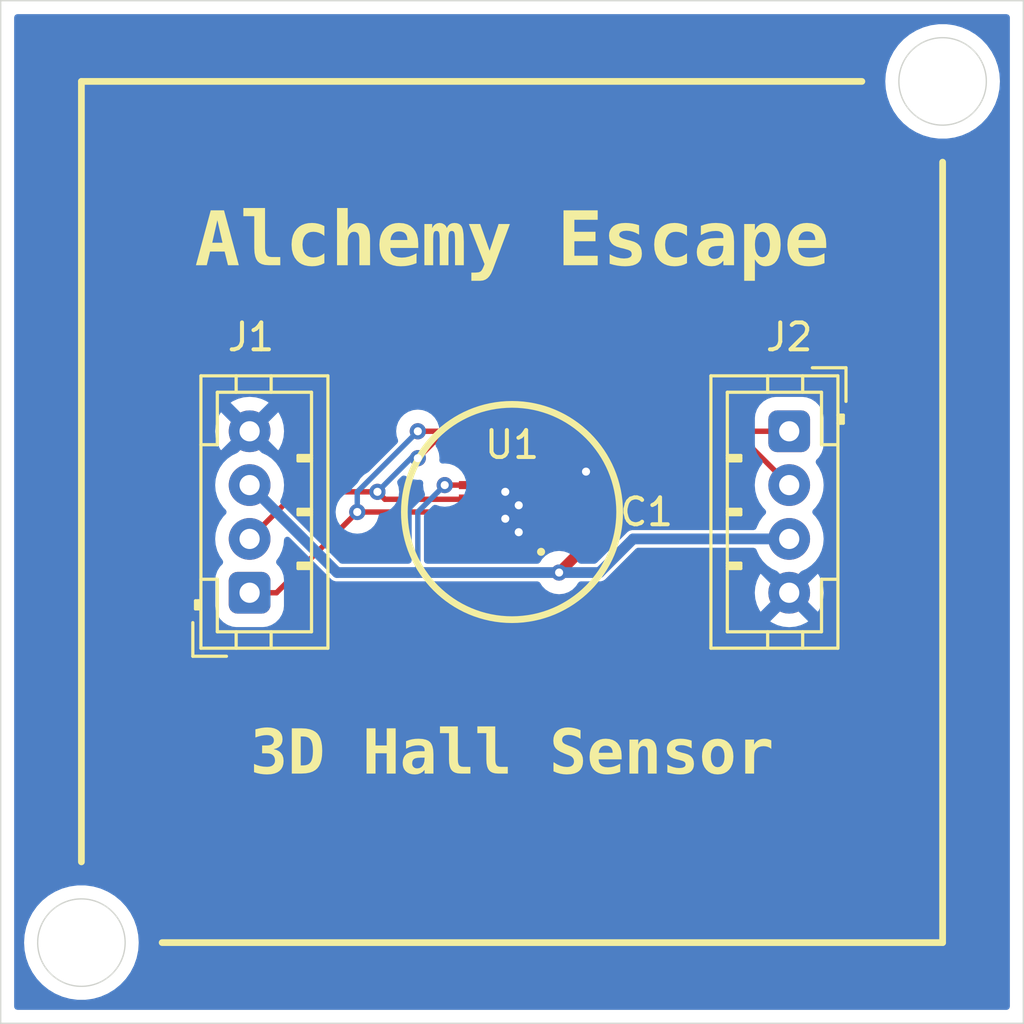
<source format=kicad_pcb>
(kicad_pcb (version 20240108) (generator "pcbnew") (generator_version "8.0")
  (layers (0 "F.Cu" signal) (31 "B.Cu" signal) (34 "B.Paste" user) (35 "F.Paste" user) (36 "B.SilkS" user "B.Silkscreen") (37 "F.SilkS" user "F.Silkscreen") (38 "B.Mask" user) (39 "F.Mask" user) (44 "Edge.Cuts" user))
  (net 0 "")
  (net 1 "+3V3")
  (net 2 "GND")
  (net 3 "/SDA")
  (net 4 "/SCL")
  (footprint "Connector_JST:JST_PH_B4B-PH-K_1x04_P2.00mm_Vertical" (layer "F.Cu") (at 157.3 80 -90)
    (property "Reference" "J2" (at -3.5 0 180) (layer "F.SilkS"))
    (property "Value" "Conn_01x04_Socket" (hide yes))
    (fp_line (start -2.06 2.91) (end 8.06 2.91) (stroke (width 0.12)) (layer "F.SilkS"))
    (fp_line (start 8.06 2.91) (end 8.06 -1.81) (stroke (width 0.12)) (layer "F.SilkS"))
    (fp_line (start -1.45 2.3) (end 7.45 2.3) (stroke (width 0.12)) (layer "F.SilkS"))
    (fp_line (start 0.9 2.3) (end 0.9 1.8) (stroke (width 0.12)) (layer "F.SilkS"))
    (fp_line (start 1 2.3) (end 1 1.8) (stroke (width 0.12)) (layer "F.SilkS"))
    (fp_line (start 2.9 2.3) (end 2.9 1.8) (stroke (width 0.12)) (layer "F.SilkS"))
    (fp_line (start 3 2.3) (end 3 1.8) (stroke (width 0.12)) (layer "F.SilkS"))
    (fp_line (start 4.9 2.3) (end 4.9 1.8) (stroke (width 0.12)) (layer "F.SilkS"))
    (fp_line (start 5 2.3) (end 5 1.8) (stroke (width 0.12)) (layer "F.SilkS"))
    (fp_line (start 7.45 2.3) (end 7.45 -1.2) (stroke (width 0.12)) (layer "F.SilkS"))
    (fp_line (start 0.9 1.8) (end 1.1 1.8) (stroke (width 0.12)) (layer "F.SilkS"))
    (fp_line (start 1.1 1.8) (end 1.1 2.3) (stroke (width 0.12)) (layer "F.SilkS"))
    (fp_line (start 2.9 1.8) (end 3.1 1.8) (stroke (width 0.12)) (layer "F.SilkS"))
    (fp_line (start 3.1 1.8) (end 3.1 2.3) (stroke (width 0.12)) (layer "F.SilkS"))
    (fp_line (start 4.9 1.8) (end 5.1 1.8) (stroke (width 0.12)) (layer "F.SilkS"))
    (fp_line (start 5.1 1.8) (end 5.1 2.3) (stroke (width 0.12)) (layer "F.SilkS"))
    (fp_line (start -2.06 0.8) (end -1.45 0.8) (stroke (width 0.12)) (layer "F.SilkS"))
    (fp_line (start 8.06 0.8) (end 7.45 0.8) (stroke (width 0.12)) (layer "F.SilkS"))
    (fp_line (start -2.06 -0.5) (end -1.45 -0.5) (stroke (width 0.12)) (layer "F.SilkS"))
    (fp_line (start 8.06 -0.5) (end 7.45 -0.5) (stroke (width 0.12)) (layer "F.SilkS"))
    (fp_line (start -1.45 -1.2) (end -1.45 2.3) (stroke (width 0.12)) (layer "F.SilkS"))
    (fp_line (start 0.5 -1.2) (end -1.45 -1.2) (stroke (width 0.12)) (layer "F.SilkS"))
    (fp_line (start 5.5 -1.2) (end 5.5 -1.81) (stroke (width 0.12)) (layer "F.SilkS"))
    (fp_line (start 7.45 -1.2) (end 5.5 -1.2) (stroke (width 0.12)) (layer "F.SilkS"))
    (fp_line (start -2.06 -1.81) (end -2.06 2.91) (stroke (width 0.12)) (layer "F.SilkS"))
    (fp_line (start -0.3 -1.81) (end -0.3 -2.01) (stroke (width 0.12)) (layer "F.SilkS"))
    (fp_line (start 0.5 -1.81) (end 0.5 -1.2) (stroke (width 0.12)) (layer "F.SilkS"))
    (fp_line (start 8.06 -1.81) (end -2.06 -1.81) (stroke (width 0.12)) (layer "F.SilkS"))
    (fp_line (start -0.3 -1.91) (end -0.6 -1.91) (stroke (width 0.12)) (layer "F.SilkS"))
    (fp_line (start -0.6 -2.01) (end -0.6 -1.81) (stroke (width 0.12)) (layer "F.SilkS"))
    (fp_line (start -0.3 -2.01) (end -0.6 -2.01) (stroke (width 0.12)) (layer "F.SilkS"))
    (fp_line (start -2.36 -2.11) (end -2.36 -0.86) (stroke (width 0.12)) (layer "F.SilkS"))
    (fp_line (start -1.11 -2.11) (end -2.36 -2.11) (stroke (width 0.12)) (layer "F.SilkS"))
    (pad "1" thru_hole roundrect (at 0 0 270) (size 1.55 1.55) (drill 0.75) (layers "*.Cu" "*.Mask") (roundrect_rratio 0.208333) (net 4 "/SCL"))
    (pad "2" thru_hole circle (at 2 0 270) (size 1.55 1.55) (drill 0.75) (layers "*.Cu" "*.Mask") (net 3 "/SDA"))
    (pad "3" thru_hole circle (at 4 0 270) (size 1.55 1.55) (drill 0.75) (layers "*.Cu" "*.Mask") (net 1 "+3V3"))
    (pad "4" thru_hole circle (at 6 0 270) (size 1.55 1.55) (drill 0.75) (layers "*.Cu" "*.Mask") (net 2 "GND"))
  )
  (footprint "Connector_JST:JST_PH_B4B-PH-K_1x04_P2.00mm_Vertical" (layer "F.Cu") (at 137.25 86 90)
    (property "Reference" "J1" (at 9.5 0.05 0) (layer "F.SilkS"))
    (property "Value" "Conn_01x04_Socket" (hide yes))
    (fp_line (start -1.11 -2.11) (end -2.36 -2.11) (stroke (width 0.12)) (layer "F.SilkS"))
    (fp_line (start -2.36 -2.11) (end -2.36 -0.86) (stroke (width 0.12)) (layer "F.SilkS"))
    (fp_line (start -0.3 -2.01) (end -0.6 -2.01) (stroke (width 0.12)) (layer "F.SilkS"))
    (fp_line (start -0.6 -2.01) (end -0.6 -1.81) (stroke (width 0.12)) (layer "F.SilkS"))
    (fp_line (start -0.3 -1.91) (end -0.6 -1.91) (stroke (width 0.12)) (layer "F.SilkS"))
    (fp_line (start 8.06 -1.81) (end -2.06 -1.81) (stroke (width 0.12)) (layer "F.SilkS"))
    (fp_line (start 0.5 -1.81) (end 0.5 -1.2) (stroke (width 0.12)) (layer "F.SilkS"))
    (fp_line (start -0.3 -1.81) (end -0.3 -2.01) (stroke (width 0.12)) (layer "F.SilkS"))
    (fp_line (start -2.06 -1.81) (end -2.06 2.91) (stroke (width 0.12)) (layer "F.SilkS"))
    (fp_line (start 7.45 -1.2) (end 5.5 -1.2) (stroke (width 0.12)) (layer "F.SilkS"))
    (fp_line (start 5.5 -1.2) (end 5.5 -1.81) (stroke (width 0.12)) (layer "F.SilkS"))
    (fp_line (start 0.5 -1.2) (end -1.45 -1.2) (stroke (width 0.12)) (layer "F.SilkS"))
    (fp_line (start -1.45 -1.2) (end -1.45 2.3) (stroke (width 0.12)) (layer "F.SilkS"))
    (fp_line (start 8.06 -0.5) (end 7.45 -0.5) (stroke (width 0.12)) (layer "F.SilkS"))
    (fp_line (start -2.06 -0.5) (end -1.45 -0.5) (stroke (width 0.12)) (layer "F.SilkS"))
    (fp_line (start 8.06 0.8) (end 7.45 0.8) (stroke (width 0.12)) (layer "F.SilkS"))
    (fp_line (start -2.06 0.8) (end -1.45 0.8) (stroke (width 0.12)) (layer "F.SilkS"))
    (fp_line (start 5.1 1.8) (end 5.1 2.3) (stroke (width 0.12)) (layer "F.SilkS"))
    (fp_line (start 4.9 1.8) (end 5.1 1.8) (stroke (width 0.12)) (layer "F.SilkS"))
    (fp_line (start 3.1 1.8) (end 3.1 2.3) (stroke (width 0.12)) (layer "F.SilkS"))
    (fp_line (start 2.9 1.8) (end 3.1 1.8) (stroke (width 0.12)) (layer "F.SilkS"))
    (fp_line (start 1.1 1.8) (end 1.1 2.3) (stroke (width 0.12)) (layer "F.SilkS"))
    (fp_line (start 0.9 1.8) (end 1.1 1.8) (stroke (width 0.12)) (layer "F.SilkS"))
    (fp_line (start 7.45 2.3) (end 7.45 -1.2) (stroke (width 0.12)) (layer "F.SilkS"))
    (fp_line (start 5 2.3) (end 5 1.8) (stroke (width 0.12)) (layer "F.SilkS"))
    (fp_line (start 4.9 2.3) (end 4.9 1.8) (stroke (width 0.12)) (layer "F.SilkS"))
    (fp_line (start 3 2.3) (end 3 1.8) (stroke (width 0.12)) (layer "F.SilkS"))
    (fp_line (start 2.9 2.3) (end 2.9 1.8) (stroke (width 0.12)) (layer "F.SilkS"))
    (fp_line (start 1 2.3) (end 1 1.8) (stroke (width 0.12)) (layer "F.SilkS"))
    (fp_line (start 0.9 2.3) (end 0.9 1.8) (stroke (width 0.12)) (layer "F.SilkS"))
    (fp_line (start -1.45 2.3) (end 7.45 2.3) (stroke (width 0.12)) (layer "F.SilkS"))
    (fp_line (start 8.06 2.91) (end 8.06 -1.81) (stroke (width 0.12)) (layer "F.SilkS"))
    (fp_line (start -2.06 2.91) (end 8.06 2.91) (stroke (width 0.12)) (layer "F.SilkS"))
    (pad "1" thru_hole roundrect (at 0 0 90) (size 1.55 1.55) (drill 0.75) (layers "*.Cu" "*.Mask") (roundrect_rratio 0.2083333333) (net 4 "/SCL"))
    (pad "2" thru_hole circle (at 2 0 90) (size 1.55 1.55) (drill 0.75) (layers "*.Cu" "*.Mask") (net 3 "/SDA"))
    (pad "3" thru_hole circle (at 4 0 90) (size 1.55 1.55) (drill 0.75) (layers "*.Cu" "*.Mask") (net 1 "+3V3"))
    (pad "4" thru_hole circle (at 6 0 90) (size 1.55 1.55) (drill 0.75) (layers "*.Cu" "*.Mask") (net 2 "GND"))
  )
  (footprint "Capacitor_SMD:C_0402_1005Metric_Pad0.74x0.62mm_HandSolder" (layer "F.Cu") (at 149.75 83 -90)
    (property "Reference" "C1" (at 0 -2.25 180) (layer "F.SilkS"))
    (property "Value" "0.1uF" (hide yes))
    (pad "1" smd roundrect (at -0.5675 0 270) (size 0.735 0.62) (layers "F.Cu" "F.Paste" "F.Mask") (net 2 "GND"))
    (pad "2" smd roundrect (at 0.5675 0 270) (size 0.735 0.62) (layers "F.Cu" "F.Paste" "F.Mask") (net 1 "+3V3"))
  )
  (footprint "Allegro:DFN-10-EJ" (layer "F.Cu") (at 147 83 90)
    (property "Reference" "U1" (at 2.5 0 0) (layer "F.SilkS"))
    (property "Value" "~" (hide yes))
    (fp_circle (center 0 0) (end 4 0) (stroke (width 0.25)) (fill none) (layer "F.SilkS"))
    (fp_circle (center -1.48 1.08) (end -1.38 1.08) (stroke (width 0.1)) (fill solid) (layer "F.SilkS"))
    (pad "1" smd rect (at -1 1.55 90) (size 0.3 0.85) (layers "F.Cu" "F.Paste" "F.Mask") (net 1 "+3V3"))
    (pad "2" smd rect (at -0.5 1.55 90) (size 0.3 0.85) (layers "F.Cu" "F.Paste" "F.Mask") (net 1 "+3V3"))
    (pad "3" smd rect (at 0 1.55 90) (size 0.3 0.85) (layers "F.Cu" "F.Paste" "F.Mask") (net 2 "GND"))
    (pad "4" smd rect (at 0.5 1.55 90) (size 0.3 0.85) (layers "F.Cu" "F.Paste" "F.Mask"))
    (pad "5" smd rect (at 1 1.55 90) (size 0.3 0.85) (layers "F.Cu" "F.Paste" "F.Mask"))
    (pad "6" smd rect (at 1 -1.55 90) (size 0.3 0.85) (layers "F.Cu" "F.Paste" "F.Mask") (net 1 "+3V3"))
    (pad "7" smd rect (at 0.5 -1.55 90) (size 0.3 0.85) (layers "F.Cu" "F.Paste" "F.Mask") (net 3 "/SDA"))
    (pad "8" smd rect (at 0 -1.55 90) (size 0.3 0.85) (layers "F.Cu" "F.Paste" "F.Mask") (net 4 "/SCL"))
    (pad "9" smd rect (at -0.5 -1.55 90) (size 0.3 0.85) (layers "F.Cu" "F.Paste" "F.Mask"))
    (pad "10" smd rect (at -1 -1.55 90) (size 0.3 0.85) (layers "F.Cu" "F.Paste" "F.Mask"))
    (pad "11" smd rect (at 0 0 90) (size 2.38 1.65) (layers "F.Cu" "F.Paste" "F.Mask") (net 2 "GND"))
  )
  (gr_line (start 134 99) (end 163 99) (stroke (width 0.25)) (layer "F.SilkS"))
  (gr_line (start 163 99) (end 163 70) (stroke (width 0.25)) (layer "F.SilkS"))
  (gr_line (start 131 67) (end 160 67) (stroke (width 0.25)) (layer "F.SilkS"))
  (gr_line (start 131 96) (end 131 67) (stroke (width 0.25)) (layer "F.SilkS"))
  (gr_circle (center 131 99) (end 132.625 99) (stroke (width 0.05)) (fill none) (layer "Edge.Cuts"))
  (gr_circle (center 163 67) (end 164.625 67) (stroke (width 0.05)) (fill none) (layer "Edge.Cuts"))
  (gr_rect (start 128 64) (end 166 102) (stroke (width 0.05)) (fill none) (layer "Edge.Cuts"))
  (gr_text "3D Hall Sensor" (at 147 93 0) (layer "F.SilkS") (effects (font (size 1.65 1.65) (thickness 0.25) (bold yes)) (justify bottom)))
  (gr_text "Alchemy Escape" (at 147 73 0) (layer "F.SilkS") (effects (font (size 2 2) (thickness 0.25) (bold yes))))
  (segment (start 149.6825 83.5) (end 149.75 83.5675) (width 0.2) (layer "F.Cu") (net 1))
  (segment (start 145.45 82) (end 144.5 82) (width 0.2) (layer "F.Cu") (net 1))
  (segment (start 148.75 85.25) (end 149.75 84.25) (width 0.4) (layer "F.Cu") (net 1))
  (segment (start 157.3 84) (end 157 84) (width 0.4) (layer "F.Cu") (net 1))
  (segment (start 149.75 84.25) (end 149.75 83.5675) (width 0.4) (layer "F.Cu") (net 1))
  (segment (start 148.55 83.5) (end 149.6825 83.5) (width 0.2) (layer "F.Cu") (net 1))
  (segment (start 149.3175 84) (end 149.75 83.5675) (width 0.2) (layer "F.Cu") (net 1))
  (segment (start 148.55 84) (end 149.3175 84) (width 0.2) (layer "F.Cu") (net 1))
  (via (at 144.5 82) (size 0.6) (drill 0.3) (layers "F.Cu" "B.Cu") (net 1))
  (via (at 148.75 85.25) (size 0.6) (drill 0.3) (layers "F.Cu" "B.Cu") (net 1))
  (segment (start 150.25 85.25) (end 151.5 84) (width 0.4) (layer "B.Cu") (net 1))
  (segment (start 151.5 84) (end 157.3 84) (width 0.4) (layer "B.Cu") (net 1))
  (segment (start 144.5 82) (end 143.5 83) (width 0.2) (layer "B.Cu") (net 1))
  (segment (start 148.75 85.25) (end 150.25 85.25) (width 0.4) (layer "B.Cu") (net 1))
  (segment (start 140.5 85.25) (end 143.5 85.25) (width 0.4) (layer "B.Cu") (net 1))
  (segment (start 143.5 85.25) (end 148.75 85.25) (width 0.4) (layer "B.Cu") (net 1))
  (segment (start 143.5 83) (end 143.5 85.25) (width 0.2) (layer "B.Cu") (net 1))
  (segment (start 137.25 82) (end 140.5 85.25) (width 0.4) (layer "B.Cu") (net 1))
  (segment (start 148.55 83) (end 149.1825 83) (width 0.2) (layer "F.Cu") (net 2))
  (segment (start 149.75 82.4325) (end 149.75 81.5) (width 0.2) (layer "F.Cu") (net 2))
  (segment (start 149.1825 83) (end 149.75 82.4325) (width 0.2) (layer "F.Cu") (net 2))
  (via (at 146.75 82.25) (size 0.6) (drill 0.3) (layers "F.Cu" "B.Cu") (net 2))
  (via (at 147.25 83.75) (size 0.6) (drill 0.3) (layers "F.Cu" "B.Cu") (net 2))
  (via (at 149.75 81.5) (size 0.6) (drill 0.3) (layers "F.Cu" "B.Cu") (net 2))
  (via (at 147.25 82.75) (size 0.6) (drill 0.3) (layers "F.Cu" "B.Cu") (net 2))
  (via (at 146.75 83.25) (size 0.6) (drill 0.3) (layers "F.Cu" "B.Cu") (net 2))
  (segment (start 155.627 80.327) (end 157.3 82) (width 0.2) (layer "F.Cu") (net 3))
  (segment (start 144.173 80.327) (end 155.627 80.327) (width 0.2) (layer "F.Cu") (net 3))
  (segment (start 142 82.25) (end 142.277 82.527) (width 0.2) (layer "F.Cu") (net 3))
  (segment (start 139 82.25) (end 142 82.25) (width 0.2) (layer "F.Cu") (net 3))
  (segment (start 142.277 82.527) (end 145.423 82.527) (width 0.2) (layer "F.Cu") (net 3))
  (segment (start 137.25 84) (end 139 82.25) (width 0.2) (layer "F.Cu") (net 3))
  (segment (start 145.423 82.527) (end 145.45 82.5) (width 0.2) (layer "F.Cu") (net 3))
  (segment (start 143.5 81) (end 144.173 80.327) (width 0.2) (layer "F.Cu") (net 3))
  (via (at 143.5 81) (size 0.6) (drill 0.3) (layers "F.Cu" "B.Cu") (net 3))
  (via (at 142 82.25) (size 0.6) (drill 0.3) (layers "F.Cu" "B.Cu") (net 3))
  (segment (start 143.473 80.973) (end 143.5 81) (width 0.2) (layer "B.Cu") (net 3))
  (segment (start 143.277 80.973) (end 143.473 80.973) (width 0.2) (layer "B.Cu") (net 3))
  (segment (start 142 82.25) (end 143.277 80.973) (width 0.2) (layer "B.Cu") (net 3))
  (segment (start 143.5 81) (end 143.527 80.973) (width 0.2) (layer "B.Cu") (net 3))
  (segment (start 141.25 83) (end 145.45 83) (width 0.2) (layer "F.Cu") (net 4))
  (segment (start 143.5 80) (end 157.3 80) (width 0.2) (layer "F.Cu") (net 4))
  (segment (start 137.25 86) (end 138.25 86) (width 0.2) (layer "F.Cu") (net 4))
  (segment (start 138.25 86) (end 141.25 83) (width 0.2) (layer "F.Cu") (net 4))
  (via (at 143.5 80) (size 0.6) (drill 0.3) (layers "F.Cu" "B.Cu") (net 4))
  (via (at 141.25 83) (size 0.6) (drill 0.3) (layers "F.Cu" "B.Cu") (net 4))
  (segment (start 143.504709 80) (end 143.504709 80) (width 0.2) (layer "B.Cu") (net 4))
  (segment (start 141.25 83) (end 141.25 82.254709) (width 0.2) (layer "B.Cu") (net 4))
  (segment (start 141.25 82.254709) (end 143.5 80.004709) (width 0.2) (layer "B.Cu") (net 4))
  (segment (start 143.5 80.004709) (end 143.5 80) (width 0.2) (layer "B.Cu") (net 4))
  (segment (start 143.5 80) (end 143.504709 80) (width 0.2) (layer "B.Cu") (net 4))
  (zone (net 2) (net_name "GND") (layer "B.Cu") (connect_pads (clearance 0.5)) (min_thickness 0.25) (fill yes (thermal_gap 0.5) (thermal_bridge_width 0.5))
    (polygon (pts (xy 128 64) (xy 166 64) (xy 166 102) (xy 128 102)))
  )
)
</source>
